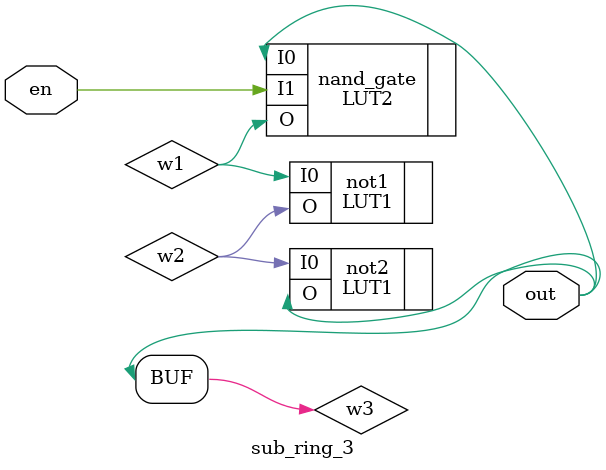
<source format=v>
(* dont_touch = "true" *)
module sub_ring_1(
    input en,
    output out
);
    (* keep = "true" *) wire ring_wire;
    LUT2 #( .INIT(4'h7) ) nand_gate (.I0(ring_wire), .I1(en), .O(ring_wire) ) ;
    
    assign out = ring_wire;
    
endmodule

(* dont_touch = "true" *)
module sub_ring_3(
    input en,
    output out
);
    (* keep = "true" *) wire w1 , w2 , w3;
    LUT2 #( .INIT(4'h7) ) nand_gate (.I0(out), .I1(en), .O(w1));
    LUT1 #( .INIT(2'h1) ) not1 (.I0(w1), .O(w2)) ;
    LUT1 #( .INIT(2'h1) ) not2 (.I0(w2), .O(w3)) ;
    
    assign out = w3 ;

endmodule

</source>
